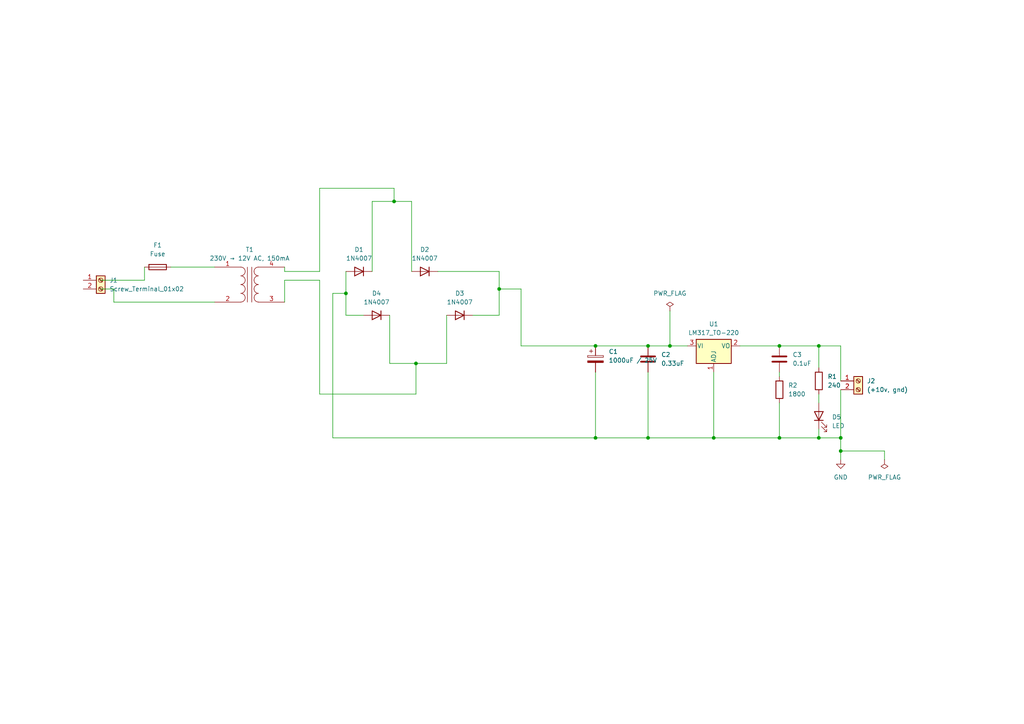
<source format=kicad_sch>
(kicad_sch (version 20250114) (generator "eeschema") (generator_version "9.0")
  (paper "A4")
  (lib_symbols
    (symbol "+3.7v:GND" (power) (pin_numbers (hide yes)) (pin_names (offset 0) (hide yes))
      (property "Value" "GND" (at 0 -3.81 0))
      (symbol "GND_0_1"
        (polyline (pts (xy 0 0) (xy 0 -1.27) (xy 1.27 -1.27) (xy 0 -2.54) (xy -1.27 -1.27) (xy 0 -1.27)))
      )
      (symbol "GND_1_1"
        (pin power_in line (at 0 0 270) (length 0) (name "~") (number "1"))
      )
    )
    (symbol "Connector:Screw_Terminal_01x02" (pin_names (offset 1.016) (hide yes))
      (property "Reference" "J" (at 0 2.54 0))
      (property "Value" "Screw_Terminal_01x02" (at 0 -5.08 0))
      (symbol "Screw_Terminal_01x02_1_1"
        (rectangle (start -1.27 1.27) (end 1.27 -3.81) (stroke (width 0.254)) (fill (type background)))
        (polyline (pts (xy -0.5334 0.3302) (xy 0.3302 -0.508)) (stroke (width 0.1524)))
        (polyline (pts (xy -0.5334 -2.2098) (xy 0.3302 -3.048)) (stroke (width 0.1524)))
        (polyline (pts (xy -0.3556 0.508) (xy 0.508 -0.3302)) (stroke (width 0.1524)))
        (polyline (pts (xy -0.3556 -2.032) (xy 0.508 -2.8702)) (stroke (width 0.1524)))
        (circle (center 0 0) (radius 0.635) (stroke (width 0.1524)))
        (circle (center 0 -2.54) (radius 0.635) (stroke (width 0.1524)))
        (pin passive line (at -5.08 0 0) (length 3.81) (name "Pin_1") (number "1"))
        (pin passive line (at -5.08 -2.54 0) (length 3.81) (name "Pin_2") (number "2"))
      )
    )
    (symbol "Device:C" (pin_numbers (hide yes)) (pin_names (offset 0.254))
      (property "Reference" "C" (at 0.635 2.54 0))
      (property "Value" "C" (at 0.635 -2.54 0))
      (symbol "C_0_1"
        (polyline (pts (xy -2.032 0.762) (xy 2.032 0.762)) (stroke (width 0.508)))
        (polyline (pts (xy -2.032 -0.762) (xy 2.032 -0.762)) (stroke (width 0.508)))
      )
      (symbol "C_1_1"
        (pin passive line (at 0 3.81 270) (length 2.794) (name "~") (number "1"))
        (pin passive line (at 0 -3.81 90) (length 2.794) (name "~") (number "2"))
      )
    )
    (symbol "Device:C_Polarized" (pin_numbers (hide yes)) (pin_names (offset 0.254))
      (property "Reference" "C" (at 0.635 2.54 0))
      (property "Value" "C_Polarized" (at 0.635 -2.54 0))
      (symbol "C_Polarized_0_1"
        (rectangle (start -2.286 0.508) (end 2.286 1.016))
        (polyline (pts (xy -1.778 2.286) (xy -0.762 2.286)))
        (polyline (pts (xy -1.27 2.794) (xy -1.27 1.778)))
        (rectangle (start 2.286 -0.508) (end -2.286 -1.016) (fill (type outline)))
      )
      (symbol "C_Polarized_1_1"
        (pin passive line (at 0 3.81 270) (length 2.794) (name "~") (number "1"))
        (pin passive line (at 0 -3.81 90) (length 2.794) (name "~") (number "2"))
      )
    )
    (symbol "Device:Fuse" (pin_numbers (hide yes)) (pin_names (offset 0))
      (property "Reference" "F" (at 2.032 0 90))
      (property "Value" "Fuse" (at -1.905 0 90))
      (symbol "Fuse_0_1"
        (rectangle (start -0.762 -2.54) (end 0.762 2.54) (stroke (width 0.254)))
        (polyline (pts (xy 0 2.54) (xy 0 -2.54)))
      )
      (symbol "Fuse_1_1"
        (pin passive line (at 0 3.81 270) (length 1.27) (name "~") (number "1"))
        (pin passive line (at 0 -3.81 90) (length 1.27) (name "~") (number "2"))
      )
    )
    (symbol "Device:LED" (pin_numbers (hide yes)) (pin_names (offset 1.016) (hide yes))
      (property "Reference" "D" (at 0 2.54 0))
      (property "Value" "LED" (at 0 -2.54 0))
      (symbol "LED_0_1"
        (polyline (pts (xy -3.048 -0.762) (xy -4.572 -2.286) (xy -3.81 -2.286) (xy -4.572 -2.286) (xy -4.572 -1.524)))
        (polyline (pts (xy -1.778 -0.762) (xy -3.302 -2.286) (xy -2.54 -2.286) (xy -3.302 -2.286) (xy -3.302 -1.524)))
        (polyline (pts (xy -1.27 0) (xy 1.27 0)))
        (polyline (pts (xy -1.27 -1.27) (xy -1.27 1.27)) (stroke (width 0.254)))
        (polyline (pts (xy 1.27 -1.27) (xy 1.27 1.27) (xy -1.27 0) (xy 1.27 -1.27)) (stroke (width 0.254)))
      )
      (symbol "LED_1_1"
        (pin passive line (at -3.81 0 0) (length 2.54) (name "K") (number "1"))
        (pin passive line (at 3.81 0 180) (length 2.54) (name "A") (number "2"))
      )
    )
    (symbol "Device:R" (pin_numbers (hide yes)) (pin_names (offset 0))
      (property "Reference" "R" (at 2.032 0 90))
      (property "Value" "R" (at 0 0 90))
      (symbol "R_0_1"
        (rectangle (start -1.016 -2.54) (end 1.016 2.54) (stroke (width 0.254)))
      )
      (symbol "R_1_1"
        (pin passive line (at 0 3.81 270) (length 1.27) (name "~") (number "1"))
        (pin passive line (at 0 -3.81 90) (length 1.27) (name "~") (number "2"))
      )
    )
    (symbol "Device:Transformer_1P_1S" (pin_names (offset 1.016) (hide yes))
      (property "Reference" "T" (at 0 6.35 0))
      (property "Value" "Transformer_1P_1S" (at 0 -7.62 0))
      (symbol "Transformer_1P_1S_0_1"
        (arc (start -1.27 3.81) (mid -1.656 2.9336) (end -2.54 2.5654))
        (arc (start -1.27 1.27) (mid -1.656 0.3936) (end -2.54 0.0254))
        (arc (start -1.27 -1.27) (mid -1.656 -2.1464) (end -2.54 -2.5146))
        (arc (start -1.27 -3.81) (mid -1.656 -4.6864) (end -2.54 -5.0546))
        (arc (start -2.54 5.08) (mid -1.642 4.708) (end -1.27 3.81))
        (arc (start -2.54 2.54) (mid -1.642 2.168) (end -1.27 1.27))
        (arc (start -2.54 0) (mid -1.642 -0.372) (end -1.27 -1.27))
        (arc (start -2.54 -2.54) (mid -1.642 -2.912) (end -1.27 -3.81))
        (polyline (pts (xy -0.635 5.08) (xy -0.635 -5.08)))
        (polyline (pts (xy 0.635 -5.08) (xy 0.635 5.08)))
        (arc (start 1.2954 3.81) (mid 1.6457 4.7117) (end 2.54 5.08))
        (arc (start 1.2954 1.27) (mid 1.6457 2.1717) (end 2.54 2.54))
        (arc (start 1.2954 -1.27) (mid 1.6457 -0.3683) (end 2.54 0))
        (arc (start 2.54 2.5654) (mid 1.6599 2.9299) (end 1.2954 3.81))
        (arc (start 2.54 0.0254) (mid 1.6599 0.3899) (end 1.2954 1.27))
        (arc (start 2.54 -2.5146) (mid 1.6599 -2.1501) (end 1.2954 -1.27))
        (arc (start 1.3208 -3.81) (mid 1.6711 -2.9085) (end 2.5654 -2.54))
        (arc (start 2.5654 -5.0546) (mid 1.6851 -4.6902) (end 1.3208 -3.81))
      )
      (symbol "Transformer_1P_1S_1_1"
        (pin passive line (at -10.16 5.08 0) (length 7.62) (name "AA") (number "1"))
        (pin passive line (at -10.16 -5.08 0) (length 7.62) (name "AB") (number "2"))
        (pin passive line (at 10.16 5.08 180) (length 7.62) (name "SB") (number "4"))
        (pin passive line (at 10.16 -5.08 180) (length 7.62) (name "SA") (number "3"))
      )
    )
    (symbol "Diode:1N4007" (pin_numbers (hide yes)) (pin_names (hide yes))
      (property "Reference" "D" (at 0 2.54 0))
      (property "Value" "1N4007" (at 0 -2.54 0))
      (symbol "1N4007_0_1"
        (polyline (pts (xy -1.27 1.27) (xy -1.27 -1.27)) (stroke (width 0.254)))
        (polyline (pts (xy 1.27 1.27) (xy 1.27 -1.27) (xy -1.27 0) (xy 1.27 1.27)) (stroke (width 0.254)))
        (polyline (pts (xy 1.27 0) (xy -1.27 0)))
      )
      (symbol "1N4007_1_1"
        (pin passive line (at -3.81 0 0) (length 2.54) (name "K") (number "1"))
        (pin passive line (at 3.81 0 180) (length 2.54) (name "A") (number "2"))
      )
    )
    (symbol "Regulator_Linear:LM317_TO-220" (pin_names (offset 0.254))
      (property "Reference" "U" (at -3.81 3.175 0))
      (property "Value" "LM317_TO-220" (at 0 3.175 0))
      (symbol "LM317_TO-220_0_1"
        (rectangle (start -5.08 1.905) (end 5.08 -5.08) (stroke (width 0.254)) (fill (type background)))
      )
      (symbol "LM317_TO-220_1_1"
        (pin power_in line (at -7.62 0 0) (length 2.54) (name "VI") (number "3"))
        (pin input line (at 0 -7.62 90) (length 2.54) (name "ADJ") (number "1"))
        (pin power_out line (at 7.62 0 180) (length 2.54) (name "VO") (number "2"))
      )
    )
    (symbol "power:PWR_FLAG" (power) (pin_numbers (hide yes)) (pin_names (offset 0) (hide yes))
      (property "Value" "PWR_FLAG" (at 0 3.81 0))
      (symbol "PWR_FLAG_0_0"
        (pin power_out line (at 0 0 90) (length 0) (name "~") (number "1"))
      )
      (symbol "PWR_FLAG_0_1"
        (polyline (pts (xy 0 0) (xy 0 1.27) (xy -1.016 1.905) (xy 0 2.54) (xy 1.016 1.905) (xy 0 1.27)))
      )
    )
  )
  (junction (at 226.06 127))
  (junction (at 207.01 127))
  (junction (at 194.31 100.33))
  (junction (at 226.06 100.33))
  (junction (at 114.3 58.42))
  (junction (at 187.96 127))
  (junction (at 237.49 100.33))
  (junction (at 144.78 83.82))
  (junction (at 243.84 127))
  (junction (at 243.84 130.81))
  (junction (at 100.33 85.09))
  (junction (at 237.49 127))
  (junction (at 120.65 105.41))
  (junction (at 187.96 100.33))
  (junction (at 172.72 127))
  (junction (at 172.72 100.33))
  (wire (pts (xy 120.65 105.41) (xy 113.03 105.41)))
  (wire (pts (xy 119.38 78.74) (xy 119.38 58.42)))
  (wire (pts (xy 62.23 87.63) (xy 33.02 87.63)))
  (wire (pts (xy 172.72 100.33) (xy 187.96 100.33)))
  (wire (pts (xy 172.72 107.95) (xy 172.72 127)))
  (wire (pts (xy 194.31 100.33) (xy 199.39 100.33)))
  (wire (pts (xy 144.78 91.44) (xy 137.16 91.44)))
  (wire (pts (xy 100.33 85.09) (xy 96.52 85.09)))
  (wire (pts (xy 207.01 107.95) (xy 207.01 127)))
  (wire (pts (xy 214.63 100.33) (xy 226.06 100.33)))
  (wire (pts (xy 92.71 78.74) (xy 82.55 78.74)))
  (wire (pts (xy 82.55 81.28) (xy 82.55 87.63)))
  (wire (pts (xy 113.03 91.44) (xy 113.03 105.41)))
  (wire (pts (xy 33.02 87.63) (xy 33.02 83.82)))
  (wire (pts (xy 237.49 100.33) (xy 237.49 106.68)))
  (wire (pts (xy 172.72 127) (xy 187.96 127)))
  (wire (pts (xy 226.06 116.84) (xy 226.06 127)))
  (wire (pts (xy 96.52 127) (xy 172.72 127)))
  (wire (pts (xy 100.33 85.09) (xy 100.33 91.44)))
  (wire (pts (xy 151.13 83.82) (xy 151.13 100.33)))
  (wire (pts (xy 29.21 81.28) (xy 41.91 81.28)))
  (wire (pts (xy 243.84 100.33) (xy 237.49 100.33)))
  (wire (pts (xy 237.49 114.3) (xy 237.49 116.84)))
  (wire (pts (xy 256.54 133.35) (xy 256.54 130.81)))
  (wire (pts (xy 49.53 77.47) (xy 62.23 77.47)))
  (wire (pts (xy 92.71 114.3) (xy 120.65 114.3)))
  (wire (pts (xy 187.96 100.33) (xy 194.31 100.33)))
  (wire (pts (xy 127 78.74) (xy 144.78 78.74)))
  (wire (pts (xy 114.3 58.42) (xy 107.95 58.42)))
  (wire (pts (xy 92.71 54.61) (xy 92.71 78.74)))
  (wire (pts (xy 243.84 110.49) (xy 243.84 100.33)))
  (wire (pts (xy 100.33 78.74) (xy 100.33 85.09)))
  (wire (pts (xy 120.65 114.3) (xy 120.65 105.41)))
  (wire (pts (xy 41.91 81.28) (xy 41.91 77.47)))
  (wire (pts (xy 187.96 127) (xy 207.01 127)))
  (wire (pts (xy 129.54 91.44) (xy 129.54 105.41)))
  (wire (pts (xy 256.54 130.81) (xy 243.84 130.81)))
  (wire (pts (xy 226.06 127) (xy 237.49 127)))
  (wire (pts (xy 194.31 90.17) (xy 194.31 100.33)))
  (wire (pts (xy 207.01 127) (xy 226.06 127)))
  (wire (pts (xy 82.55 78.74) (xy 82.55 77.47)))
  (wire (pts (xy 107.95 58.42) (xy 107.95 78.74)))
  (wire (pts (xy 144.78 83.82) (xy 144.78 91.44)))
  (wire (pts (xy 129.54 105.41) (xy 120.65 105.41)))
  (wire (pts (xy 100.33 91.44) (xy 105.41 91.44)))
  (wire (pts (xy 92.71 81.28) (xy 92.71 114.3)))
  (wire (pts (xy 243.84 113.03) (xy 243.84 127)))
  (wire (pts (xy 144.78 78.74) (xy 144.78 83.82)))
  (wire (pts (xy 119.38 58.42) (xy 114.3 58.42)))
  (wire (pts (xy 226.06 107.95) (xy 226.06 109.22)))
  (wire (pts (xy 237.49 127) (xy 243.84 127)))
  (wire (pts (xy 187.96 107.95) (xy 187.96 127)))
  (wire (pts (xy 29.21 83.82) (xy 33.02 83.82)))
  (wire (pts (xy 144.78 83.82) (xy 151.13 83.82)))
  (wire (pts (xy 96.52 85.09) (xy 96.52 127)))
  (wire (pts (xy 114.3 54.61) (xy 114.3 58.42)))
  (wire (pts (xy 237.49 100.33) (xy 226.06 100.33)))
  (wire (pts (xy 243.84 127) (xy 243.84 130.81)))
  (wire (pts (xy 237.49 124.46) (xy 237.49 127)))
  (wire (pts (xy 243.84 130.81) (xy 243.84 133.35)))
  (wire (pts (xy 151.13 100.33) (xy 172.72 100.33)))
  (wire (pts (xy 92.71 81.28) (xy 82.55 81.28)))
  (wire (pts (xy 92.71 54.61) (xy 114.3 54.61)))
  (symbol (lib_id "Device:Transformer_1P_1S") (at 72.39 82.55 0) (unit 1)
    (property "Reference" "T1" (at 72.4027 72.39 0))
    (property "Value" "230V → 12V AC, 150mA" (at 72.4027 74.93 0))
    (property "Description" "Transformer, single primary, single secondary" (effects (hide yes)))
  )
  (symbol (lib_id "Device:R") (at 226.06 113.03 0) (unit 1)
    (property "Reference" "R2" (at 228.6 111.7599 0) (effects (justify left)))
    (property "Value" "1800" (at 228.6 114.2999 0) (effects (justify left)))
    (property "Footprint" "Resistor_THT:R_Axial_DIN0204_L3.6mm_D1.6mm_P1.90mm_Vertical" (effects (hide yes)))
    (property "Description" "Resistor" (effects (hide yes)))
  )
  (symbol (lib_id "Device:C_Polarized") (at 172.72 104.14 0) (unit 1)
    (property "Reference" "C1" (at 176.53 101.9809 0) (effects (justify left)))
    (property "Value" "1000uF / 25V" (at 176.53 104.5209 0) (effects (justify left)))
    (property "Footprint" "Capacitor_THT:CP_Radial_D6.3mm_P2.50mm" (effects (hide yes)))
    (property "Description" "Polarized capacitor" (effects (hide yes)))
  )
  (symbol (lib_id "power:PWR_FLAG") (at 194.31 90.17 0) (unit 1)
    (property "Reference" "#FLG01" (effects (hide yes)))
    (property "Value" "PWR_FLAG" (at 194.31 85.09 0))
    (property "Description" "Special symbol for telling ERC where power comes from" (effects (hide yes)))
  )
  (symbol (lib_id "Device:R") (at 237.49 110.49 0) (unit 1)
    (property "Reference" "R1" (at 240.03 109.2199 0) (effects (justify left)))
    (property "Value" "240" (at 240.03 111.7599 0) (effects (justify left)))
    (property "Footprint" "Resistor_THT:R_Axial_DIN0204_L3.6mm_D1.6mm_P1.90mm_Vertical" (effects (hide yes)))
    (property "Description" "Resistor" (effects (hide yes)))
  )
  (symbol (lib_id "Connector:Screw_Terminal_01x02") (at 248.92 110.49 0) (unit 1)
    (property "Reference" "J2" (at 251.46 110.4899 0) (effects (justify left)))
    (property "Value" "(+10v, gnd)" (at 251.46 113.0299 0) (effects (justify left)))
    (property "Footprint" "TerminalBlock:TerminalBlock_MaiXu_MX126-5.0-02P_1x02_P5.00mm" (effects (hide yes)))
    (property "Description" "Generic screw terminal, single row, 01x02, script generated (kicad-library-utils/schlib/autogen/connector/)" (effects (hide yes)))
  )
  (symbol (lib_id "Diode:1N4007") (at 123.19 78.74 180) (unit 1)
    (property "Reference" "D2" (at 123.19 72.39 0))
    (property "Value" "1N4007" (at 123.19 74.93 0))
    (property "Footprint" "Diode_THT:D_DO-41_SOD81_P10.16mm_Horizontal" (effects (hide yes)))
    (property "Datasheet" "http://www.vishay.com/docs/88503/1n4001.pdf" (effects (hide yes)))
    (property "Description" "1000V 1A General Purpose Rectifier Diode, DO-41" (effects (hide yes)))
    (property "Sim.Device" "D" (effects (hide yes)))
    (property "Sim.Pins" "1=K 2=A" (effects (hide yes)))
  )
  (symbol (lib_id "power:PWR_FLAG") (at 256.54 133.35 180) (unit 1)
    (property "Reference" "#FLG02" (effects (hide yes)))
    (property "Value" "PWR_FLAG" (at 256.54 138.43 0))
    (property "Description" "Special symbol for telling ERC where power comes from" (effects (hide yes)))
  )
  (symbol (lib_id "+3.7v:GND") (at 243.84 133.35 0) (unit 1)
    (property "Reference" "#PWR01" (effects (hide yes)))
    (property "Value" "GND" (at 243.84 138.43 0))
    (property "Description" "Power symbol creates a global label with name \"GND\" , ground" (effects (hide yes)))
  )
  (symbol (lib_id "Device:Fuse") (at 45.72 77.47 90) (unit 1)
    (property "Reference" "F1" (at 45.72 71.12 90))
    (property "Value" "Fuse" (at 45.72 73.66 90))
    (property "Description" "Fuse" (effects (hide yes)))
  )
  (symbol (lib_id "Regulator_Linear:LM317_TO-220") (at 207.01 100.33 0) (unit 1)
    (property "Reference" "U1" (at 207.01 93.98 0))
    (property "Value" "LM317_TO-220" (at 207.01 96.52 0))
    (property "Footprint" "Package_TO_SOT_THT:TO-220-3_Vertical" (effects (hide yes)))
    (property "Datasheet" "http://www.ti.com/lit/ds/symlink/lm317.pdf" (effects (hide yes)))
    (property "Description" "1.5A 35V Adjustable Linear Regulator, TO-220" (effects (hide yes)))
  )
  (symbol (lib_id "Device:C") (at 226.06 104.14 0) (unit 1)
    (property "Reference" "C3" (at 229.87 102.8699 0) (effects (justify left)))
    (property "Value" "0.1uF" (at 229.87 105.4099 0) (effects (justify left)))
    (property "Footprint" "Capacitor_THT:C_Disc_D5.0mm_W2.5mm_P5.00mm" (effects (hide yes)))
    (property "Description" "Unpolarized capacitor" (effects (hide yes)))
  )
  (symbol (lib_id "Diode:1N4007") (at 109.22 91.44 180) (unit 1)
    (property "Reference" "D4" (at 109.22 85.09 0))
    (property "Value" "1N4007" (at 109.22 87.63 0))
    (property "Footprint" "Diode_THT:D_DO-41_SOD81_P10.16mm_Horizontal" (effects (hide yes)))
    (property "Datasheet" "http://www.vishay.com/docs/88503/1n4001.pdf" (effects (hide yes)))
    (property "Description" "1000V 1A General Purpose Rectifier Diode, DO-41" (effects (hide yes)))
    (property "Sim.Device" "D" (effects (hide yes)))
    (property "Sim.Pins" "1=K 2=A" (effects (hide yes)))
  )
  (symbol (lib_id "Diode:1N4007") (at 104.14 78.74 180) (unit 1)
    (property "Reference" "D1" (at 104.14 72.39 0))
    (property "Value" "1N4007" (at 104.14 74.93 0))
    (property "Footprint" "Diode_THT:D_DO-41_SOD81_P10.16mm_Horizontal" (effects (hide yes)))
    (property "Datasheet" "http://www.vishay.com/docs/88503/1n4001.pdf" (effects (hide yes)))
    (property "Description" "1000V 1A General Purpose Rectifier Diode, DO-41" (effects (hide yes)))
    (property "Sim.Device" "D" (effects (hide yes)))
    (property "Sim.Pins" "1=K 2=A" (effects (hide yes)))
  )
  (symbol (lib_id "Diode:1N4007") (at 133.35 91.44 180) (unit 1)
    (property "Reference" "D3" (at 133.35 85.09 0))
    (property "Value" "1N4007" (at 133.35 87.63 0))
    (property "Footprint" "Diode_THT:D_DO-41_SOD81_P10.16mm_Horizontal" (effects (hide yes)))
    (property "Datasheet" "http://www.vishay.com/docs/88503/1n4001.pdf" (effects (hide yes)))
    (property "Description" "1000V 1A General Purpose Rectifier Diode, DO-41" (effects (hide yes)))
    (property "Sim.Device" "D" (effects (hide yes)))
    (property "Sim.Pins" "1=K 2=A" (effects (hide yes)))
  )
  (symbol (lib_id "Device:C") (at 187.96 104.14 0) (unit 1)
    (property "Reference" "C2" (at 191.77 102.8699 0) (effects (justify left)))
    (property "Value" "0.33uF" (at 191.77 105.4099 0) (effects (justify left)))
    (property "Footprint" "Capacitor_THT:CP_Radial_D6.3mm_P2.50mm" (effects (hide yes)))
    (property "Description" "Unpolarized capacitor" (effects (hide yes)))
  )
  (symbol (lib_id "Connector:Screw_Terminal_01x02") (at 29.21 81.28 0) (unit 1)
    (property "Reference" "J1" (at 31.75 81.2799 0) (effects (justify left)))
    (property "Value" "Screw_Terminal_01x02" (at 31.75 83.8199 0) (effects (justify left)))
    (property "Description" "Generic screw terminal, single row, 01x02, script generated (kicad-library-utils/schlib/autogen/connector/)" (effects (hide yes)))
  )
  (symbol (lib_id "Device:LED") (at 237.49 120.65 90) (unit 1)
    (property "Reference" "D5" (at 241.3 120.9674 90) (effects (justify right)))
    (property "Value" "LED" (at 241.3 123.5074 90) (effects (justify right)))
    (property "Description" "Light emitting diode" (effects (hide yes)))
    (property "Sim.Pins" "1=K 2=A" (effects (hide yes)))
  )
)
</source>
